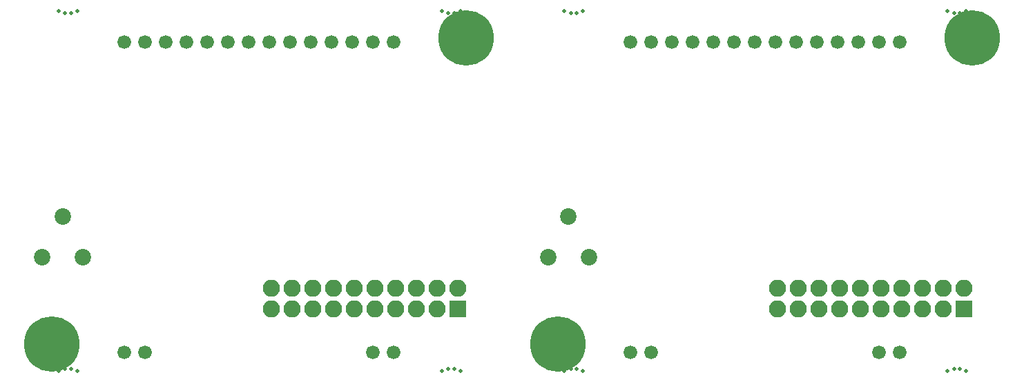
<source format=gbs>
G04 #@! TF.GenerationSoftware,KiCad,Pcbnew,7.0.2-0*
G04 #@! TF.CreationDate,2023-05-23T19:49:29+02:00*
G04 #@! TF.ProjectId,dogs102,646f6773-3130-4322-9e6b-696361645f70,rev?*
G04 #@! TF.SameCoordinates,Original*
G04 #@! TF.FileFunction,Soldermask,Bot*
G04 #@! TF.FilePolarity,Negative*
%FSLAX46Y46*%
G04 Gerber Fmt 4.6, Leading zero omitted, Abs format (unit mm)*
G04 Created by KiCad (PCBNEW 7.0.2-0) date 2023-05-23 19:49:29*
%MOMM*%
%LPD*%
G01*
G04 APERTURE LIST*
G04 Aperture macros list*
%AMRoundRect*
0 Rectangle with rounded corners*
0 $1 Rounding radius*
0 $2 $3 $4 $5 $6 $7 $8 $9 X,Y pos of 4 corners*
0 Add a 4 corners polygon primitive as box body*
4,1,4,$2,$3,$4,$5,$6,$7,$8,$9,$2,$3,0*
0 Add four circle primitives for the rounded corners*
1,1,$1+$1,$2,$3*
1,1,$1+$1,$4,$5*
1,1,$1+$1,$6,$7*
1,1,$1+$1,$8,$9*
0 Add four rect primitives between the rounded corners*
20,1,$1+$1,$2,$3,$4,$5,0*
20,1,$1+$1,$4,$5,$6,$7,0*
20,1,$1+$1,$6,$7,$8,$9,0*
20,1,$1+$1,$8,$9,$2,$3,0*%
G04 Aperture macros list end*
%ADD10C,1.200000*%
%ADD11C,6.800000*%
%ADD12C,1.680000*%
%ADD13C,2.020000*%
%ADD14C,0.500000*%
%ADD15RoundRect,0.200000X0.850000X-0.850000X0.850000X0.850000X-0.850000X0.850000X-0.850000X-0.850000X0*%
%ADD16O,2.100000X2.100000*%
G04 APERTURE END LIST*
D10*
X119266000Y-123444000D03*
X119968944Y-121746944D03*
X119968944Y-125141056D03*
X121666000Y-121044000D03*
D11*
X121666000Y-123444000D03*
D10*
X121666000Y-125844000D03*
X123363056Y-121746944D03*
X123363056Y-125141056D03*
X124066000Y-123444000D03*
X170066000Y-85852000D03*
X170768944Y-84154944D03*
X170768944Y-87549056D03*
X172466000Y-83452000D03*
D11*
X172466000Y-85852000D03*
D10*
X172466000Y-88252000D03*
X174163056Y-84154944D03*
X174163056Y-87549056D03*
X174866000Y-85852000D03*
D12*
X130556000Y-124460000D03*
X133096000Y-124460000D03*
X161036000Y-124460000D03*
X163576000Y-124460000D03*
X163576000Y-86360000D03*
X161036000Y-86360000D03*
X158496000Y-86360000D03*
X155956000Y-86360000D03*
X153416000Y-86360000D03*
X150876000Y-86360000D03*
X148336000Y-86360000D03*
X145796000Y-86360000D03*
X143256000Y-86360000D03*
X140716000Y-86360000D03*
X138176000Y-86360000D03*
X135636000Y-86360000D03*
X133096000Y-86360000D03*
X130556000Y-86360000D03*
D13*
X125460000Y-112800000D03*
X122960000Y-107800000D03*
X120460000Y-112800000D03*
D14*
X231460000Y-82550000D03*
X232260000Y-82800000D03*
X232960000Y-82800000D03*
X233760000Y-82550000D03*
X122460000Y-82550000D03*
X123260000Y-82800000D03*
X123960000Y-82800000D03*
X124760000Y-82550000D03*
X233760000Y-126750000D03*
X232960000Y-126500000D03*
X232260000Y-126500000D03*
X231460000Y-126750000D03*
X186760000Y-126750000D03*
X185960000Y-126500000D03*
X185260000Y-126500000D03*
X184460000Y-126750000D03*
X169460000Y-82550000D03*
X170260000Y-82800000D03*
X170960000Y-82800000D03*
X171760000Y-82550000D03*
D13*
X187460000Y-112800000D03*
X184960000Y-107800000D03*
X182460000Y-112800000D03*
D14*
X124760000Y-126750000D03*
X123960000Y-126500000D03*
X123260000Y-126500000D03*
X122460000Y-126750000D03*
D10*
X232066000Y-85852000D03*
X232768944Y-84154944D03*
X232768944Y-87549056D03*
X234466000Y-83452000D03*
D11*
X234466000Y-85852000D03*
D10*
X234466000Y-88252000D03*
X236163056Y-84154944D03*
X236163056Y-87549056D03*
X236866000Y-85852000D03*
D12*
X192556000Y-124460000D03*
X195096000Y-124460000D03*
X223036000Y-124460000D03*
X225576000Y-124460000D03*
X225576000Y-86360000D03*
X223036000Y-86360000D03*
X220496000Y-86360000D03*
X217956000Y-86360000D03*
X215416000Y-86360000D03*
X212876000Y-86360000D03*
X210336000Y-86360000D03*
X207796000Y-86360000D03*
X205256000Y-86360000D03*
X202716000Y-86360000D03*
X200176000Y-86360000D03*
X197636000Y-86360000D03*
X195096000Y-86360000D03*
X192556000Y-86360000D03*
D14*
X171760000Y-126750000D03*
X170960000Y-126500000D03*
X170260000Y-126500000D03*
X169460000Y-126750000D03*
X184460000Y-82550000D03*
X185260000Y-82800000D03*
X185960000Y-82800000D03*
X186760000Y-82550000D03*
D10*
X181266000Y-123444000D03*
X181968944Y-121746944D03*
X181968944Y-125141056D03*
X183666000Y-121044000D03*
D11*
X183666000Y-123444000D03*
D10*
X183666000Y-125844000D03*
X185363056Y-121746944D03*
X185363056Y-125141056D03*
X186066000Y-123444000D03*
D15*
X171450000Y-119126000D03*
D16*
X171450000Y-116586000D03*
X168910000Y-119126000D03*
X168910000Y-116586000D03*
X166370000Y-119126000D03*
X166370000Y-116586000D03*
X163830000Y-119126000D03*
X163830000Y-116586000D03*
X161290000Y-119126000D03*
X161290000Y-116586000D03*
X158750000Y-119126000D03*
X158750000Y-116586000D03*
X156210000Y-119126000D03*
X156210000Y-116586000D03*
X153670000Y-119126000D03*
X153670000Y-116586000D03*
X151130000Y-119126000D03*
X151130000Y-116586000D03*
X148590000Y-119126000D03*
X148590000Y-116586000D03*
D15*
X233450000Y-119126000D03*
D16*
X233450000Y-116586000D03*
X230910000Y-119126000D03*
X230910000Y-116586000D03*
X228370000Y-119126000D03*
X228370000Y-116586000D03*
X225830000Y-119126000D03*
X225830000Y-116586000D03*
X223290000Y-119126000D03*
X223290000Y-116586000D03*
X220750000Y-119126000D03*
X220750000Y-116586000D03*
X218210000Y-119126000D03*
X218210000Y-116586000D03*
X215670000Y-119126000D03*
X215670000Y-116586000D03*
X213130000Y-119126000D03*
X213130000Y-116586000D03*
X210590000Y-119126000D03*
X210590000Y-116586000D03*
M02*

</source>
